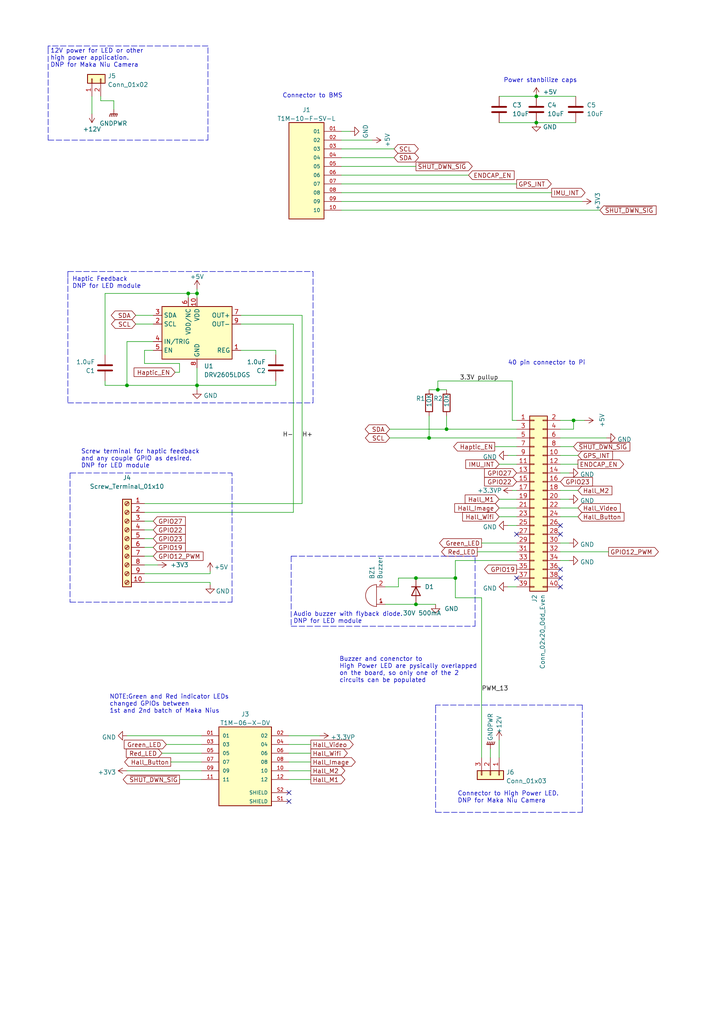
<source format=kicad_sch>
(kicad_sch (version 20211123) (generator eeschema)
  (paper "A4" portrait)
  (lib_symbols
    (symbol "Connector:Screw_Terminal_01x10" (pin_names (offset 1.016) hide)
      (property "Reference" "J" (at 0 12.7 0))
      (property "Value" "Screw_Terminal_01x10" (at 0 -15.24 0))
      (symbol "Screw_Terminal_01x10_1_1"
        (rectangle (start -1.27 11.43) (end 1.27 -13.97) (stroke (width 0.254)) (fill (type background)))
        (circle (center 0 -12.7) (radius 0.635) (stroke (width 0.1524)))
        (circle (center 0 -10.16) (radius 0.635) (stroke (width 0.1524)))
        (circle (center 0 -7.62) (radius 0.635) (stroke (width 0.1524)))
        (circle (center 0 -5.08) (radius 0.635) (stroke (width 0.1524)))
        (circle (center 0 -2.54) (radius 0.635) (stroke (width 0.1524)))
        (polyline (pts (xy -0.5334 -12.3698) (xy 0.3302 -13.208)) (stroke (width 0.1524)))
        (polyline (pts (xy -0.5334 -9.8298) (xy 0.3302 -10.668)) (stroke (width 0.1524)))
        (polyline (pts (xy -0.5334 -7.2898) (xy 0.3302 -8.128)) (stroke (width 0.1524)))
        (polyline (pts (xy -0.5334 -4.7498) (xy 0.3302 -5.588)) (stroke (width 0.1524)))
        (polyline (pts (xy -0.5334 -2.2098) (xy 0.3302 -3.048)) (stroke (width 0.1524)))
        (polyline (pts (xy -0.5334 0.3302) (xy 0.3302 -0.508)) (stroke (width 0.1524)))
        (polyline (pts (xy -0.5334 2.8702) (xy 0.3302 2.032)) (stroke (width 0.1524)))
        (polyline (pts (xy -0.5334 5.4102) (xy 0.3302 4.572)) (stroke (width 0.1524)))
        (polyline (pts (xy -0.5334 7.9502) (xy 0.3302 7.112)) (stroke (width 0.1524)))
        (polyline (pts (xy -0.5334 10.4902) (xy 0.3302 9.652)) (stroke (width 0.1524)))
        (polyline (pts (xy -0.3556 -12.192) (xy 0.508 -13.0302)) (stroke (width 0.1524)))
        (polyline (pts (xy -0.3556 -9.652) (xy 0.508 -10.4902)) (stroke (width 0.1524)))
        (polyline (pts (xy -0.3556 -7.112) (xy 0.508 -7.9502)) (stroke (width 0.1524)))
        (polyline (pts (xy -0.3556 -4.572) (xy 0.508 -5.4102)) (stroke (width 0.1524)))
        (polyline (pts (xy -0.3556 -2.032) (xy 0.508 -2.8702)) (stroke (width 0.1524)))
        (polyline (pts (xy -0.3556 0.508) (xy 0.508 -0.3302)) (stroke (width 0.1524)))
        (polyline (pts (xy -0.3556 3.048) (xy 0.508 2.2098)) (stroke (width 0.1524)))
        (polyline (pts (xy -0.3556 5.588) (xy 0.508 4.7498)) (stroke (width 0.1524)))
        (polyline (pts (xy -0.3556 8.128) (xy 0.508 7.2898)) (stroke (width 0.1524)))
        (polyline (pts (xy -0.3556 10.668) (xy 0.508 9.8298)) (stroke (width 0.1524)))
        (circle (center 0 0) (radius 0.635) (stroke (width 0.1524)))
        (circle (center 0 2.54) (radius 0.635) (stroke (width 0.1524)))
        (circle (center 0 5.08) (radius 0.635) (stroke (width 0.1524)))
        (circle (center 0 7.62) (radius 0.635) (stroke (width 0.1524)))
        (circle (center 0 10.16) (radius 0.635) (stroke (width 0.1524)))
        (pin passive line (at -5.08 10.16 0) (length 3.81) (name "Pin_1") (number "1"))
        (pin passive line (at -5.08 -12.7 0) (length 3.81) (name "Pin_10") (number "10"))
        (pin passive line (at -5.08 7.62 0) (length 3.81) (name "Pin_2") (number "2"))
        (pin passive line (at -5.08 5.08 0) (length 3.81) (name "Pin_3") (number "3"))
        (pin passive line (at -5.08 2.54 0) (length 3.81) (name "Pin_4") (number "4"))
        (pin passive line (at -5.08 0 0) (length 3.81) (name "Pin_5") (number "5"))
        (pin passive line (at -5.08 -2.54 0) (length 3.81) (name "Pin_6") (number "6"))
        (pin passive line (at -5.08 -5.08 0) (length 3.81) (name "Pin_7") (number "7"))
        (pin passive line (at -5.08 -7.62 0) (length 3.81) (name "Pin_8") (number "8"))
        (pin passive line (at -5.08 -10.16 0) (length 3.81) (name "Pin_9") (number "9"))
      )
    )
    (symbol "Connector_Generic:Conn_01x02" (pin_names (offset 1.016) hide)
      (property "Reference" "J" (at 0 2.54 0))
      (property "Value" "Conn_01x02" (at 0 -5.08 0))
      (symbol "Conn_01x02_1_1"
        (rectangle (start -1.27 -2.413) (end 0 -2.667) (stroke (width 0.1524)))
        (rectangle (start -1.27 0.127) (end 0 -0.127) (stroke (width 0.1524)))
        (rectangle (start -1.27 1.27) (end 1.27 -3.81) (stroke (width 0.254)) (fill (type background)))
        (pin passive line (at -5.08 0 0) (length 3.81) (name "Pin_1") (number "1"))
        (pin passive line (at -5.08 -2.54 0) (length 3.81) (name "Pin_2") (number "2"))
      )
    )
    (symbol "Connector_Generic:Conn_01x03" (pin_names (offset 1.016) hide)
      (property "Reference" "J" (at 0 5.08 0))
      (property "Value" "Conn_01x03" (at 0 -5.08 0))
      (symbol "Conn_01x03_1_1"
        (rectangle (start -1.27 -2.413) (end 0 -2.667) (stroke (width 0.1524)))
        (rectangle (start -1.27 0.127) (end 0 -0.127) (stroke (width 0.1524)))
        (rectangle (start -1.27 2.667) (end 0 2.413) (stroke (width 0.1524)))
        (rectangle (start -1.27 3.81) (end 1.27 -3.81) (stroke (width 0.254)) (fill (type background)))
        (pin passive line (at -5.08 2.54 0) (length 3.81) (name "Pin_1") (number "1"))
        (pin passive line (at -5.08 0 0) (length 3.81) (name "Pin_2") (number "2"))
        (pin passive line (at -5.08 -2.54 0) (length 3.81) (name "Pin_3") (number "3"))
      )
    )
    (symbol "Connector_Generic:Conn_02x20_Odd_Even" (pin_names (offset 1.016) hide)
      (property "Reference" "J" (at 1.27 25.4 0))
      (property "Value" "Conn_02x20_Odd_Even" (at 1.27 -27.94 0))
      (symbol "Conn_02x20_Odd_Even_1_1"
        (rectangle (start -1.27 -25.273) (end 0 -25.527) (stroke (width 0.1524)))
        (rectangle (start -1.27 -22.733) (end 0 -22.987) (stroke (width 0.1524)))
        (rectangle (start -1.27 -20.193) (end 0 -20.447) (stroke (width 0.1524)))
        (rectangle (start -1.27 -17.653) (end 0 -17.907) (stroke (width 0.1524)))
        (rectangle (start -1.27 -15.113) (end 0 -15.367) (stroke (width 0.1524)))
        (rectangle (start -1.27 -12.573) (end 0 -12.827) (stroke (width 0.1524)))
        (rectangle (start -1.27 -10.033) (end 0 -10.287) (stroke (width 0.1524)))
        (rectangle (start -1.27 -7.493) (end 0 -7.747) (stroke (width 0.1524)))
        (rectangle (start -1.27 -4.953) (end 0 -5.207) (stroke (width 0.1524)))
        (rectangle (start -1.27 -2.413) (end 0 -2.667) (stroke (width 0.1524)))
        (rectangle (start -1.27 0.127) (end 0 -0.127) (stroke (width 0.1524)))
        (rectangle (start -1.27 2.667) (end 0 2.413) (stroke (width 0.1524)))
        (rectangle (start -1.27 5.207) (end 0 4.953) (stroke (width 0.1524)))
        (rectangle (start -1.27 7.747) (end 0 7.493) (stroke (width 0.1524)))
        (rectangle (start -1.27 10.287) (end 0 10.033) (stroke (width 0.1524)))
        (rectangle (start -1.27 12.827) (end 0 12.573) (stroke (width 0.1524)))
        (rectangle (start -1.27 15.367) (end 0 15.113) (stroke (width 0.1524)))
        (rectangle (start -1.27 17.907) (end 0 17.653) (stroke (width 0.1524)))
        (rectangle (start -1.27 20.447) (end 0 20.193) (stroke (width 0.1524)))
        (rectangle (start -1.27 22.987) (end 0 22.733) (stroke (width 0.1524)))
        (rectangle (start -1.27 24.13) (end 3.81 -26.67) (stroke (width 0.254)) (fill (type background)))
        (rectangle (start 3.81 -25.273) (end 2.54 -25.527) (stroke (width 0.1524)))
        (rectangle (start 3.81 -22.733) (end 2.54 -22.987) (stroke (width 0.1524)))
        (rectangle (start 3.81 -20.193) (end 2.54 -20.447) (stroke (width 0.1524)))
        (rectangle (start 3.81 -17.653) (end 2.54 -17.907) (stroke (width 0.1524)))
        (rectangle (start 3.81 -15.113) (end 2.54 -15.367) (stroke (width 0.1524)))
        (rectangle (start 3.81 -12.573) (end 2.54 -12.827) (stroke (width 0.1524)))
        (rectangle (start 3.81 -10.033) (end 2.54 -10.287) (stroke (width 0.1524)))
        (rectangle (start 3.81 -7.493) (end 2.54 -7.747) (stroke (width 0.1524)))
        (rectangle (start 3.81 -4.953) (end 2.54 -5.207) (stroke (width 0.1524)))
        (rectangle (start 3.81 -2.413) (end 2.54 -2.667) (stroke (width 0.1524)))
        (rectangle (start 3.81 0.127) (end 2.54 -0.127) (stroke (width 0.1524)))
        (rectangle (start 3.81 2.667) (end 2.54 2.413) (stroke (width 0.1524)))
        (rectangle (start 3.81 5.207) (end 2.54 4.953) (stroke (width 0.1524)))
        (rectangle (start 3.81 7.747) (end 2.54 7.493) (stroke (width 0.1524)))
        (rectangle (start 3.81 10.287) (end 2.54 10.033) (stroke (width 0.1524)))
        (rectangle (start 3.81 12.827) (end 2.54 12.573) (stroke (width 0.1524)))
        (rectangle (start 3.81 15.367) (end 2.54 15.113) (stroke (width 0.1524)))
        (rectangle (start 3.81 17.907) (end 2.54 17.653) (stroke (width 0.1524)))
        (rectangle (start 3.81 20.447) (end 2.54 20.193) (stroke (width 0.1524)))
        (rectangle (start 3.81 22.987) (end 2.54 22.733) (stroke (width 0.1524)))
        (pin passive line (at -5.08 22.86 0) (length 3.81) (name "Pin_1") (number "1"))
        (pin passive line (at 7.62 12.7 180) (length 3.81) (name "Pin_10") (number "10"))
        (pin passive line (at -5.08 10.16 0) (length 3.81) (name "Pin_11") (number "11"))
        (pin passive line (at 7.62 10.16 180) (length 3.81) (name "Pin_12") (number "12"))
        (pin passive line (at -5.08 7.62 0) (length 3.81) (name "Pin_13") (number "13"))
        (pin passive line (at 7.62 7.62 180) (length 3.81) (name "Pin_14") (number "14"))
        (pin passive line (at -5.08 5.08 0) (length 3.81) (name "Pin_15") (number "15"))
        (pin passive line (at 7.62 5.08 180) (length 3.81) (name "Pin_16") (number "16"))
        (pin passive line (at -5.08 2.54 0) (length 3.81) (name "Pin_17") (number "17"))
        (pin passive line (at 7.62 2.54 180) (length 3.81) (name "Pin_18") (number "18"))
        (pin passive line (at -5.08 0 0) (length 3.81) (name "Pin_19") (number "19"))
        (pin passive line (at 7.62 22.86 180) (length 3.81) (name "Pin_2") (number "2"))
        (pin passive line (at 7.62 0 180) (length 3.81) (name "Pin_20") (number "20"))
        (pin passive line (at -5.08 -2.54 0) (length 3.81) (name "Pin_21") (number "21"))
        (pin passive line (at 7.62 -2.54 180) (length 3.81) (name "Pin_22") (number "22"))
        (pin passive line (at -5.08 -5.08 0) (length 3.81) (name "Pin_23") (number "23"))
        (pin passive line (at 7.62 -5.08 180) (length 3.81) (name "Pin_24") (number "24"))
        (pin passive line (at -5.08 -7.62 0) (length 3.81) (name "Pin_25") (number "25"))
        (pin passive line (at 7.62 -7.62 180) (length 3.81) (name "Pin_26") (number "26"))
        (pin passive line (at -5.08 -10.16 0) (length 3.81) (name "Pin_27") (number "27"))
        (pin passive line (at 7.62 -10.16 180) (length 3.81) (name "Pin_28") (number "28"))
        (pin passive line (at -5.08 -12.7 0) (length 3.81) (name "Pin_29") (number "29"))
        (pin passive line (at -5.08 20.32 0) (length 3.81) (name "Pin_3") (number "3"))
        (pin passive line (at 7.62 -12.7 180) (length 3.81) (name "Pin_30") (number "30"))
        (pin passive line (at -5.08 -15.24 0) (length 3.81) (name "Pin_31") (number "31"))
        (pin passive line (at 7.62 -15.24 180) (length 3.81) (name "Pin_32") (number "32"))
        (pin passive line (at -5.08 -17.78 0) (length 3.81) (name "Pin_33") (number "33"))
        (pin passive line (at 7.62 -17.78 180) (length 3.81) (name "Pin_34") (number "34"))
        (pin passive line (at -5.08 -20.32 0) (length 3.81) (name "Pin_35") (number "35"))
        (pin passive line (at 7.62 -20.32 180) (length 3.81) (name "Pin_36") (number "36"))
        (pin passive line (at -5.08 -22.86 0) (length 3.81) (name "Pin_37") (number "37"))
        (pin passive line (at 7.62 -22.86 180) (length 3.81) (name "Pin_38") (number "38"))
        (pin passive line (at -5.08 -25.4 0) (length 3.81) (name "Pin_39") (number "39"))
        (pin passive line (at 7.62 20.32 180) (length 3.81) (name "Pin_4") (number "4"))
        (pin passive line (at 7.62 -25.4 180) (length 3.81) (name "Pin_40") (number "40"))
        (pin passive line (at -5.08 17.78 0) (length 3.81) (name "Pin_5") (number "5"))
        (pin passive line (at 7.62 17.78 180) (length 3.81) (name "Pin_6") (number "6"))
        (pin passive line (at -5.08 15.24 0) (length 3.81) (name "Pin_7") (number "7"))
        (pin passive line (at 7.62 15.24 180) (length 3.81) (name "Pin_8") (number "8"))
        (pin passive line (at -5.08 12.7 0) (length 3.81) (name "Pin_9") (number "9"))
      )
    )
    (symbol "Device:Buzzer" (pin_names (offset 0.0254) hide)
      (property "Reference" "BZ" (at 3.81 1.27 0))
      (property "Value" "Buzzer" (at 3.81 -1.27 0))
      (symbol "Buzzer_0_1"
        (arc (start 0 -3.175) (mid 3.175 0) (end 0 3.175))
        (polyline (pts (xy -1.651 1.905) (xy -1.143 1.905)))
        (polyline (pts (xy -1.397 2.159) (xy -1.397 1.651)))
        (polyline (pts (xy 0 3.175) (xy 0 -3.175)))
      )
      (symbol "Buzzer_1_1"
        (pin passive line (at -2.54 2.54 0) (length 2.54) (name "-") (number "1"))
        (pin passive line (at -2.54 -2.54 0) (length 2.54) (name "+") (number "2"))
      )
    )
    (symbol "Device:C" (pin_numbers hide) (pin_names (offset 0.254))
      (property "Reference" "C" (at 0.635 2.54 0))
      (property "Value" "C" (at 0.635 -2.54 0))
      (symbol "C_0_1"
        (polyline (pts (xy -2.032 -0.762) (xy 2.032 -0.762)) (stroke (width 0.508)))
        (polyline (pts (xy -2.032 0.762) (xy 2.032 0.762)) (stroke (width 0.508)))
      )
      (symbol "C_1_1"
        (pin passive line (at 0 3.81 270) (length 2.794) (name "~") (number "1"))
        (pin passive line (at 0 -3.81 90) (length 2.794) (name "~") (number "2"))
      )
    )
    (symbol "Device:D" (pin_numbers hide) (pin_names (offset 1.016) hide)
      (property "Reference" "D" (at 0 2.54 0))
      (property "Value" "D" (at 0 -2.54 0))
      (symbol "D_0_1"
        (polyline (pts (xy -1.27 1.27) (xy -1.27 -1.27)) (stroke (width 0.254)))
        (polyline (pts (xy 1.27 0) (xy -1.27 0)))
        (polyline (pts (xy 1.27 1.27) (xy 1.27 -1.27) (xy -1.27 0) (xy 1.27 1.27)) (stroke (width 0.254)))
      )
      (symbol "D_1_1"
        (pin passive line (at -3.81 0 0) (length 2.54) (name "K") (number "1"))
        (pin passive line (at 3.81 0 180) (length 2.54) (name "A") (number "2"))
      )
    )
    (symbol "Device:R" (pin_numbers hide) (pin_names (offset 0))
      (property "Reference" "R" (at 2.032 0 90))
      (property "Value" "R" (at 0 0 90))
      (symbol "R_0_1"
        (rectangle (start -1.016 -2.54) (end 1.016 2.54) (stroke (width 0.254)))
      )
      (symbol "R_1_1"
        (pin passive line (at 0 3.81 270) (length 1.27) (name "~") (number "1"))
        (pin passive line (at 0 -3.81 90) (length 1.27) (name "~") (number "2"))
      )
    )
    (symbol "Driver_Haptic:DRV2605LDGS"
      (property "Reference" "U" (at -10.16 8.255 0))
      (property "Value" "DRV2605LDGS" (at 2.54 -8.89 0))
      (symbol "DRV2605LDGS_0_1"
        (rectangle (start -10.16 7.62) (end 10.16 -7.62) (stroke (width 0.254)) (fill (type background)))
      )
      (symbol "DRV2605LDGS_1_1"
        (pin passive line (at 12.7 -5.08 180) (length 2.54) (name "REG") (number "1"))
        (pin power_in line (at 0 10.16 270) (length 2.54) (name "VDD") (number "10"))
        (pin input line (at -12.7 2.54 0) (length 2.54) (name "SCL") (number "2"))
        (pin bidirectional line (at -12.7 5.08 0) (length 2.54) (name "SDA") (number "3"))
        (pin input line (at -12.7 -2.54 0) (length 2.54) (name "IN/TRIG") (number "4"))
        (pin input line (at -12.7 -5.08 0) (length 2.54) (name "EN") (number "5"))
        (pin power_in line (at -2.54 10.16 270) (length 2.54) (name "VDD/NC") (number "6"))
        (pin output line (at 12.7 5.08 180) (length 2.54) (name "OUT+") (number "7"))
        (pin power_in line (at 0 -10.16 90) (length 2.54) (name "GND") (number "8"))
        (pin output line (at 12.7 2.54 180) (length 2.54) (name "OUT-") (number "9"))
      )
    )
    (symbol "T1M-06-X-DV:T1M-06-X-DV" (pin_names (offset 1.016))
      (property "Reference" "J" (at -7.62 11.43 0))
      (property "Value" "T1M-06-X-DV" (at -7.62 -13.97 0))
      (symbol "T1M-06-X-DV_0_0"
        (rectangle (start -7.62 -12.7) (end 7.62 10.16) (stroke (width 0.254)) (fill (type background)))
        (pin passive line (at -12.7 7.62 0) (length 5.08) (name "01") (number "01"))
        (pin passive line (at 12.7 7.62 180) (length 5.08) (name "02") (number "02"))
        (pin passive line (at -12.7 5.08 0) (length 5.08) (name "03") (number "03"))
        (pin passive line (at 12.7 5.08 180) (length 5.08) (name "04") (number "04"))
        (pin passive line (at -12.7 2.54 0) (length 5.08) (name "05") (number "05"))
        (pin passive line (at 12.7 2.54 180) (length 5.08) (name "06") (number "06"))
        (pin passive line (at -12.7 0 0) (length 5.08) (name "07") (number "07"))
        (pin passive line (at 12.7 0 180) (length 5.08) (name "08") (number "08"))
        (pin passive line (at -12.7 -2.54 0) (length 5.08) (name "09") (number "09"))
        (pin passive line (at 12.7 -2.54 180) (length 5.08) (name "10") (number "10"))
        (pin passive line (at -12.7 -5.08 0) (length 5.08) (name "11") (number "11"))
        (pin passive line (at 12.7 -5.08 180) (length 5.08) (name "12") (number "12"))
        (pin passive line (at 12.7 -11.43 180) (length 5.08) (name "SHIELD") (number "S1"))
        (pin passive line (at 12.7 -8.89 180) (length 5.08) (name "SHIELD") (number "S2"))
      )
    )
    (symbol "T1M-10-F-SV-L:T1M-10-F-SV-L" (pin_names (offset 1.016))
      (property "Reference" "J" (at -5.588 13.8176 0))
      (property "Value" "T1M-10-F-SV-L" (at -5.08 -17.78 0))
      (symbol "T1M-10-F-SV-L_0_0"
        (rectangle (start -5.08 -15.24) (end 5.08 12.7) (stroke (width 0.254)) (fill (type background)))
        (pin passive line (at -10.16 10.16 0) (length 5.08) (name "01") (number "01"))
        (pin passive line (at -10.16 7.62 0) (length 5.08) (name "02") (number "02"))
        (pin passive line (at -10.16 5.08 0) (length 5.08) (name "03") (number "03"))
        (pin passive line (at -10.16 2.54 0) (length 5.08) (name "04") (number "04"))
        (pin passive line (at -10.16 0 0) (length 5.08) (name "05") (number "05"))
        (pin passive line (at -10.16 -2.54 0) (length 5.08) (name "06") (number "06"))
        (pin passive line (at -10.16 -5.08 0) (length 5.08) (name "07") (number "07"))
        (pin passive line (at -10.16 -7.62 0) (length 5.08) (name "08") (number "08"))
        (pin passive line (at -10.16 -10.16 0) (length 5.08) (name "09") (number "09"))
        (pin passive line (at -10.16 -12.7 0) (length 5.08) (name "10") (number "10"))
      )
    )
    (symbol "power:+12V" (power) (pin_names (offset 0))
      (property "Value" "+12V" (at 0 3.556 0))
      (symbol "+12V_0_1"
        (polyline (pts (xy -0.762 1.27) (xy 0 2.54)))
        (polyline (pts (xy 0 0) (xy 0 2.54)))
        (polyline (pts (xy 0 2.54) (xy 0.762 1.27)))
      )
      (symbol "+12V_1_1"
        (pin power_in line (at 0 0 90) (length 0) hide (name "+12V") (number "1"))
      )
    )
    (symbol "power:+3.3V" (power) (pin_names (offset 0))
      (property "Value" "+3.3V" (at 0 3.556 0))
      (symbol "+3.3V_0_1"
        (polyline (pts (xy -0.762 1.27) (xy 0 2.54)))
        (polyline (pts (xy 0 0) (xy 0 2.54)))
        (polyline (pts (xy 0 2.54) (xy 0.762 1.27)))
      )
      (symbol "+3.3V_1_1"
        (pin power_in line (at 0 0 90) (length 0) hide (name "+3V3") (number "1"))
      )
    )
    (symbol "power:+3.3VP" (power) (pin_names (offset 0))
      (property "Value" "+3.3VP" (at 0 2.54 0))
      (symbol "+3.3VP_0_0"
        (pin power_in line (at 0 0 90) (length 0) hide (name "+3.3VP") (number "1"))
      )
      (symbol "+3.3VP_0_1"
        (polyline (pts (xy -0.762 1.27) (xy 0 2.54)))
        (polyline (pts (xy 0 0) (xy 0 2.54)))
        (polyline (pts (xy 0 2.54) (xy 0.762 1.27)))
      )
    )
    (symbol "power:+5V" (power) (pin_names (offset 0))
      (property "Value" "+5V" (at 0 3.556 0))
      (symbol "+5V_0_1"
        (polyline (pts (xy -0.762 1.27) (xy 0 2.54)))
        (polyline (pts (xy 0 0) (xy 0 2.54)))
        (polyline (pts (xy 0 2.54) (xy 0.762 1.27)))
      )
      (symbol "+5V_1_1"
        (pin power_in line (at 0 0 90) (length 0) hide (name "+5V") (number "1"))
      )
    )
    (symbol "power:GND" (power) (pin_names (offset 0))
      (property "Value" "GND" (at 0 -3.81 0))
      (symbol "GND_0_1"
        (polyline (pts (xy 0 0) (xy 0 -1.27) (xy 1.27 -1.27) (xy 0 -2.54) (xy -1.27 -1.27) (xy 0 -1.27)))
      )
      (symbol "GND_1_1"
        (pin power_in line (at 0 0 270) (length 0) hide (name "GND") (number "1"))
      )
    )
    (symbol "power:GNDPWR" (power) (pin_names (offset 0))
      (property "Value" "GNDPWR" (at 0 -3.302 0))
      (symbol "GNDPWR_0_1"
        (polyline (pts (xy 0 -1.27) (xy 0 0)))
        (polyline (pts (xy -1.016 -1.27) (xy -1.27 -2.032) (xy -1.27 -2.032)) (stroke (width 0.2032)))
        (polyline (pts (xy -0.508 -1.27) (xy -0.762 -2.032) (xy -0.762 -2.032)) (stroke (width 0.2032)))
        (polyline (pts (xy 0 -1.27) (xy -0.254 -2.032) (xy -0.254 -2.032)) (stroke (width 0.2032)))
        (polyline (pts (xy 0.508 -1.27) (xy 0.254 -2.032) (xy 0.254 -2.032)) (stroke (width 0.2032)))
        (polyline (pts (xy 1.016 -1.27) (xy -1.016 -1.27) (xy -1.016 -1.27)) (stroke (width 0.2032)))
        (polyline (pts (xy 1.016 -1.27) (xy 0.762 -2.032) (xy 0.762 -2.032) (xy 0.762 -2.032)) (stroke (width 0.2032)))
      )
      (symbol "GNDPWR_1_1"
        (pin power_in line (at 0 0 270) (length 0) hide (name "GNDPWR") (number "1"))
      )
    )
  )
  (junction (at 166.37 121.92))
  (junction (at 54.61 85.09))
  (junction (at 132.08 167.64))
  (junction (at 155.575 27.94))
  (junction (at 129.54 124.46))
  (junction (at 120.65 175.26))
  (junction (at 155.575 35.56))
  (junction (at 124.46 127))
  (junction (at 127 113.03))
  (junction (at 120.65 167.64))
  (junction (at 57.15 85.09))
  (junction (at 36.83 111.76))
  (junction (at 57.15 111.76))
  (no_connect (at 149.86 154.94))
  (no_connect (at 162.56 154.94))
  (no_connect (at 162.56 152.4))
  (no_connect (at 83.82 229.87))
  (no_connect (at 83.82 232.41))
  (no_connect (at 149.86 167.64))
  (no_connect (at 162.56 165.1))
  (no_connect (at 162.56 167.64))
  (no_connect (at 162.56 170.18))
  (wire (pts (xy 41.91 105.41) (xy 52.07 105.41)))
  (wire (pts (xy 52.07 105.41) (xy 52.07 107.95)))
  (wire (pts (xy 115.57 167.64) (xy 120.65 167.64)))
  (wire (pts (xy 99.06 58.42) (xy 168.91 58.42)))
  (polyline (pts (xy 19.685 116.84) (xy 90.805 116.84)))
  (wire (pts (xy 57.15 83.82) (xy 57.15 85.09)))
  (polyline (pts (xy 168.91 235.585) (xy 168.91 204.47)))
  (wire (pts (xy 144.78 147.32) (xy 149.86 147.32)))
  (wire (pts (xy 41.91 156.21) (xy 44.45 156.21)))
  (wire (pts (xy 162.56 121.92) (xy 166.37 121.92)))
  (polyline (pts (xy 13.97 40.64) (xy 60.325 40.64)))
  (wire (pts (xy 83.82 223.52) (xy 90.17 223.52)))
  (polyline (pts (xy 19.685 78.74) (xy 90.805 78.74)))
  (wire (pts (xy 162.56 129.54) (xy 166.37 129.54)))
  (wire (pts (xy 111.76 175.26) (xy 120.65 175.26)))
  (wire (pts (xy 44.45 101.6) (xy 41.91 101.6)))
  (wire (pts (xy 99.06 50.8) (xy 135.89 50.8)))
  (wire (pts (xy 30.48 85.09) (xy 30.48 102.87)))
  (wire (pts (xy 166.37 121.92) (xy 166.37 124.46)))
  (wire (pts (xy 144.78 27.94) (xy 155.575 27.94)))
  (wire (pts (xy 57.15 106.68) (xy 57.15 111.76)))
  (wire (pts (xy 124.46 127) (xy 113.03 127)))
  (wire (pts (xy 139.7 157.48) (xy 149.86 157.48)))
  (wire (pts (xy 147.32 170.18) (xy 149.86 170.18)))
  (wire (pts (xy 162.56 147.32) (xy 167.64 147.32)))
  (wire (pts (xy 99.06 53.34) (xy 149.86 53.34)))
  (wire (pts (xy 149.86 124.46) (xy 129.54 124.46)))
  (wire (pts (xy 139.7 173.355) (xy 139.7 219.71)))
  (wire (pts (xy 144.78 219.71) (xy 144.78 214.63)))
  (wire (pts (xy 144.78 35.56) (xy 155.575 35.56)))
  (wire (pts (xy 162.56 132.08) (xy 167.64 132.08)))
  (wire (pts (xy 36.83 213.36) (xy 58.42 213.36)))
  (wire (pts (xy 169.545 121.92) (xy 166.37 121.92)))
  (polyline (pts (xy 90.805 116.84) (xy 90.805 78.74)))
  (wire (pts (xy 52.07 226.06) (xy 58.42 226.06)))
  (wire (pts (xy 26.67 27.94) (xy 26.67 33.02)))
  (wire (pts (xy 142.24 219.71) (xy 142.24 217.17)))
  (wire (pts (xy 115.57 170.18) (xy 115.57 167.64)))
  (wire (pts (xy 162.56 157.48) (xy 165.1 157.48)))
  (polyline (pts (xy 60.325 13.335) (xy 13.97 13.335)))
  (wire (pts (xy 54.61 86.36) (xy 54.61 85.09)))
  (wire (pts (xy 83.82 226.06) (xy 90.17 226.06)))
  (wire (pts (xy 155.575 35.56) (xy 167.005 35.56)))
  (wire (pts (xy 83.82 220.98) (xy 90.17 220.98)))
  (wire (pts (xy 60.96 166.37) (xy 60.96 165.735)))
  (wire (pts (xy 148.59 142.24) (xy 149.86 142.24)))
  (wire (pts (xy 138.43 160.02) (xy 149.86 160.02)))
  (wire (pts (xy 144.78 149.86) (xy 149.86 149.86)))
  (wire (pts (xy 30.48 111.76) (xy 30.48 110.49)))
  (wire (pts (xy 127 113.03) (xy 127 110.49)))
  (wire (pts (xy 80.01 111.76) (xy 57.15 111.76)))
  (wire (pts (xy 60.96 168.91) (xy 60.96 169.545)))
  (wire (pts (xy 129.54 124.46) (xy 113.03 124.46)))
  (polyline (pts (xy 19.685 78.74) (xy 19.685 80.645)))
  (wire (pts (xy 41.91 101.6) (xy 41.91 105.41)))
  (wire (pts (xy 80.01 101.6) (xy 80.01 102.87)))
  (polyline (pts (xy 126.365 235.585) (xy 168.91 235.585)))
  (wire (pts (xy 99.06 55.88) (xy 160.02 55.88)))
  (wire (pts (xy 85.09 93.98) (xy 85.09 148.59)))
  (wire (pts (xy 127 110.49) (xy 148.59 110.49)))
  (wire (pts (xy 144.78 144.78) (xy 149.86 144.78)))
  (wire (pts (xy 132.08 162.56) (xy 132.08 167.64)))
  (wire (pts (xy 129.54 120.65) (xy 129.54 124.46)))
  (wire (pts (xy 41.91 168.91) (xy 60.96 168.91)))
  (wire (pts (xy 41.91 166.37) (xy 60.96 166.37)))
  (wire (pts (xy 44.45 93.98) (xy 39.37 93.98)))
  (wire (pts (xy 132.08 167.64) (xy 132.08 173.355)))
  (wire (pts (xy 87.63 91.44) (xy 87.63 146.05)))
  (wire (pts (xy 36.83 223.52) (xy 58.42 223.52)))
  (wire (pts (xy 41.91 163.83) (xy 45.72 163.83)))
  (wire (pts (xy 57.15 111.76) (xy 57.15 113.03)))
  (wire (pts (xy 33.02 29.21) (xy 33.02 31.75)))
  (wire (pts (xy 44.45 91.44) (xy 39.37 91.44)))
  (wire (pts (xy 148.59 110.49) (xy 148.59 121.92)))
  (wire (pts (xy 111.76 170.18) (xy 115.57 170.18)))
  (wire (pts (xy 162.56 124.46) (xy 166.37 124.46)))
  (polyline (pts (xy 84.455 161.29) (xy 84.455 181.61)))
  (wire (pts (xy 124.46 113.03) (xy 127 113.03)))
  (wire (pts (xy 147.32 152.4) (xy 149.86 152.4)))
  (wire (pts (xy 80.01 110.49) (xy 80.01 111.76)))
  (wire (pts (xy 127 113.03) (xy 129.54 113.03)))
  (wire (pts (xy 139.7 173.355) (xy 132.08 173.355)))
  (wire (pts (xy 99.06 38.1) (xy 101.6 38.1)))
  (wire (pts (xy 44.45 99.06) (xy 36.83 99.06)))
  (wire (pts (xy 83.82 215.9) (xy 90.17 215.9)))
  (wire (pts (xy 147.32 132.08) (xy 149.86 132.08)))
  (polyline (pts (xy 137.795 181.61) (xy 137.795 161.29)))
  (wire (pts (xy 69.85 101.6) (xy 80.01 101.6)))
  (wire (pts (xy 48.26 215.9) (xy 58.42 215.9)))
  (wire (pts (xy 36.83 111.76) (xy 30.48 111.76)))
  (polyline (pts (xy 19.685 80.645) (xy 19.685 116.84)))
  (wire (pts (xy 144.78 134.62) (xy 149.86 134.62)))
  (wire (pts (xy 99.06 60.96) (xy 173.99 60.96)))
  (wire (pts (xy 49.53 220.98) (xy 58.42 220.98)))
  (wire (pts (xy 155.575 27.94) (xy 167.005 27.94)))
  (wire (pts (xy 148.59 121.92) (xy 149.86 121.92)))
  (polyline (pts (xy 126.365 204.47) (xy 126.365 205.105)))
  (wire (pts (xy 83.82 213.36) (xy 92.71 213.36)))
  (polyline (pts (xy 67.31 174.625) (xy 67.31 137.16)))
  (wire (pts (xy 57.15 85.09) (xy 57.15 86.36)))
  (polyline (pts (xy 168.91 204.47) (xy 126.365 204.47)))
  (polyline (pts (xy 60.325 40.64) (xy 60.325 13.335)))
  (wire (pts (xy 132.08 162.56) (xy 149.86 162.56)))
  (wire (pts (xy 41.91 151.13) (xy 44.45 151.13)))
  (wire (pts (xy 69.85 91.44) (xy 87.63 91.44)))
  (polyline (pts (xy 13.97 13.97) (xy 13.97 40.64)))
  (polyline (pts (xy 20.32 174.625) (xy 67.31 174.625)))
  (wire (pts (xy 36.83 99.06) (xy 36.83 111.76)))
  (wire (pts (xy 41.91 158.75) (xy 44.45 158.75)))
  (polyline (pts (xy 20.32 137.16) (xy 20.32 174.625)))
  (wire (pts (xy 162.56 149.86) (xy 167.64 149.86)))
  (wire (pts (xy 120.65 175.26) (xy 126.365 175.26)))
  (wire (pts (xy 162.56 134.62) (xy 167.64 134.62)))
  (wire (pts (xy 149.86 127) (xy 124.46 127)))
  (wire (pts (xy 41.91 148.59) (xy 85.09 148.59)))
  (polyline (pts (xy 20.32 137.16) (xy 67.31 137.16)))
  (wire (pts (xy 29.21 27.94) (xy 29.21 29.21)))
  (wire (pts (xy 162.56 137.16) (xy 165.1 137.16)))
  (wire (pts (xy 30.48 85.09) (xy 54.61 85.09)))
  (wire (pts (xy 99.06 43.18) (xy 114.3 43.18)))
  (polyline (pts (xy 84.455 181.61) (xy 137.795 181.61)))
  (wire (pts (xy 83.82 218.44) (xy 90.17 218.44)))
  (wire (pts (xy 162.56 142.24) (xy 167.64 142.24)))
  (wire (pts (xy 143.51 129.54) (xy 149.86 129.54)))
  (wire (pts (xy 41.91 161.29) (xy 44.45 161.29)))
  (wire (pts (xy 99.06 40.64) (xy 107.95 40.64)))
  (wire (pts (xy 162.56 127) (xy 175.895 127)))
  (wire (pts (xy 99.06 48.26) (xy 120.65 48.26)))
  (polyline (pts (xy 84.455 161.29) (xy 137.795 161.29)))
  (wire (pts (xy 69.85 93.98) (xy 85.09 93.98)))
  (wire (pts (xy 41.91 153.67) (xy 44.45 153.67)))
  (wire (pts (xy 162.56 162.56) (xy 165.1 162.56)))
  (wire (pts (xy 41.91 146.05) (xy 87.63 146.05)))
  (wire (pts (xy 162.56 144.78) (xy 165.1 144.78)))
  (polyline (pts (xy 13.97 13.335) (xy 13.97 13.97)))
  (wire (pts (xy 120.65 167.64) (xy 132.08 167.64)))
  (wire (pts (xy 52.07 107.95) (xy 50.8 107.95)))
  (wire (pts (xy 29.21 29.21) (xy 33.02 29.21)))
  (wire (pts (xy 57.15 85.09) (xy 54.61 85.09)))
  (wire (pts (xy 124.46 120.65) (xy 124.46 127)))
  (wire (pts (xy 36.83 111.76) (xy 57.15 111.76)))
  (polyline (pts (xy 126.365 205.105) (xy 126.365 235.585)))
  (wire (pts (xy 46.99 218.44) (xy 58.42 218.44)))
  (wire (pts (xy 99.06 45.72) (xy 114.3 45.72)))
  (wire (pts (xy 162.56 160.02) (xy 176.53 160.02)))
  (text "Connector to High Power LED.\nDNP for Maka Niu Camera " (at 132.715 233.045 0) (effects (font (size 1.27 1.27)) (justify left bottom)))
  (text "Connector to BMS" (at 81.915 28.575 0) (effects (font (size 1.27 1.27)) (justify left bottom)))
  (text "Buzzer and conenctor to \nHigh Power LED are pysically overlapped\non the board, so only one of the 2\ncircuits can be populated" (at 98.425 198.12 0) (effects (font (size 1.27 1.27)) (justify left bottom)))
  (text "NOTE:Green and Red indicator LEDs\nchanged GPIOs between \n1st and 2nd batch of Maka Nius" (at 31.75 207.01 0) (effects (font (size 1.27 1.27)) (justify left bottom)))
  (text "12V power for LED or other \nhigh power application. \nDNP for Maka Niu Camera" (at 14.605 19.685 0) (effects (font (size 1.27 1.27)) (justify left bottom)))
  (text "Haptic Feedback\nDNP for LED module" (at 20.955 83.82 0) (effects (font (size 1.27 1.27)) (justify left bottom)))
  (text "Power stanbilize caps" (at 146.05 24.13 0) (effects (font (size 1.27 1.27)) (justify left bottom)))
  (text "Screw terminal for haptic feedback\nand any couple GPIO as desired.\nDNP for LED module" (at 23.495 135.89 0) (effects (font (size 1.27 1.27)) (justify left bottom)))
  (text "40 pin connector to Pi" (at 147.32 106.045 0) (effects (font (size 1.27 1.27)) (justify left bottom)))
  (text "Audio buzzer with flyback diode.\nDNP for LED module" (at 85.09 180.975 0) (effects (font (size 1.27 1.27)) (justify left bottom)))
  (label "H-" (at 85.09 127 180))
  (label "H+" (at 87.63 127 0))
  (label "PWM_13" (at 139.7 200.66 0))
  (label "3.3V pullup" (at 133.35 110.49 0))
  (global_label "GPS_INT" (shape output) (at 149.86 53.34 0) (property "Intersheet References" "${INTERSHEET_REFS}" (effects hide)))
  (global_label "IMU_INT" (shape input) (at 144.78 134.62 180) (property "Intersheet References" "${INTERSHEET_REFS}" (effects hide)))
  (global_label "~{SHUT_DWN_SIG}" (shape input) (at 166.37 129.54 0) (property "Intersheet References" "${INTERSHEET_REFS}" (effects hide)))
  (global_label "~{SHUT_DWN_SIG}" (shape input) (at 173.99 60.96 0) (property "Intersheet References" "${INTERSHEET_REFS}" (effects hide)))
  (global_label "GPIO19" (shape input) (at 44.45 158.75 0) (property "Intersheet References" "${INTERSHEET_REFS}" (effects hide)))
  (global_label "ENDCAP_EN" (shape output) (at 167.64 134.62 0) (property "Intersheet References" "${INTERSHEET_REFS}" (effects hide)))
  (global_label "Hall_Video" (shape output) (at 90.17 215.9 0) (property "Intersheet References" "${INTERSHEET_REFS}" (effects hide)))
  (global_label "GPIO22" (shape input) (at 44.45 153.67 0) (property "Intersheet References" "${INTERSHEET_REFS}" (effects hide)))
  (global_label "~{SHUT_DWN_SIG}" (shape output) (at 52.07 226.06 180) (property "Intersheet References" "${INTERSHEET_REFS}" (effects hide)))
  (global_label "GPIO22" (shape input) (at 149.86 139.7 180) (property "Intersheet References" "${INTERSHEET_REFS}" (effects hide)))
  (global_label "SDA" (shape bidirectional) (at 113.03 124.46 180) (property "Intersheet References" "${INTERSHEET_REFS}" (effects hide)))
  (global_label "GPIO19" (shape output) (at 149.86 165.1 180) (property "Intersheet References" "${INTERSHEET_REFS}" (effects hide)))
  (global_label "Red_LED" (shape output) (at 138.43 160.02 180) (property "Intersheet References" "${INTERSHEET_REFS}" (effects hide)))
  (global_label "SDA" (shape bidirectional) (at 114.3 45.72 0) (property "Intersheet References" "${INTERSHEET_REFS}" (effects hide)))
  (global_label "IMU_INT" (shape output) (at 160.02 55.88 0) (property "Intersheet References" "${INTERSHEET_REFS}" (effects hide)))
  (global_label "Hall_M1" (shape output) (at 90.17 226.06 0) (property "Intersheet References" "${INTERSHEET_REFS}" (effects hide)))
  (global_label "Hall_M1" (shape input) (at 144.78 144.78 180) (property "Intersheet References" "${INTERSHEET_REFS}" (effects hide)))
  (global_label "GPS_INT" (shape input) (at 167.64 132.08 0) (property "Intersheet References" "${INTERSHEET_REFS}" (effects hide)))
  (global_label "Haptic_EN" (shape input) (at 50.8 107.95 180) (property "Intersheet References" "${INTERSHEET_REFS}" (effects hide)))
  (global_label "GPIO23" (shape input) (at 162.56 139.7 0) (property "Intersheet References" "${INTERSHEET_REFS}" (effects hide)))
  (global_label "Red_LED" (shape input) (at 46.99 218.44 180) (property "Intersheet References" "${INTERSHEET_REFS}" (effects hide)))
  (global_label "Green_LED" (shape input) (at 48.26 215.9 180) (property "Intersheet References" "${INTERSHEET_REFS}" (effects hide)))
  (global_label "Hall_Image" (shape output) (at 90.17 220.98 0) (property "Intersheet References" "${INTERSHEET_REFS}" (effects hide)))
  (global_label "GPIO12_PWM" (shape input) (at 44.45 161.29 0) (property "Intersheet References" "${INTERSHEET_REFS}" (effects hide)))
  (global_label "~{SHUT_DWN_SIG}" (shape output) (at 120.65 48.26 0) (property "Intersheet References" "${INTERSHEET_REFS}" (effects hide)))
  (global_label "SCL" (shape bidirectional) (at 39.37 93.98 180) (property "Intersheet References" "${INTERSHEET_REFS}" (effects hide)))
  (global_label "GPIO23" (shape input) (at 44.45 156.21 0) (property "Intersheet References" "${INTERSHEET_REFS}" (effects hide)))
  (global_label "GPIO27" (shape input) (at 149.86 137.16 180) (property "Intersheet References" "${INTERSHEET_REFS}" (effects hide)))
  (global_label "Hall_Wifi" (shape output) (at 90.17 218.44 0) (property "Intersheet References" "${INTERSHEET_REFS}" (effects hide)))
  (global_label "Hall_M2" (shape input) (at 167.64 142.24 0) (property "Intersheet References" "${INTERSHEET_REFS}" (effects hide)))
  (global_label "Hall_Button" (shape input) (at 167.64 149.86 0) (property "Intersheet References" "${INTERSHEET_REFS}" (effects hide)))
  (global_label "Hall_Image" (shape input) (at 144.78 147.32 180) (property "Intersheet References" "${INTERSHEET_REFS}" (effects hide)))
  (global_label "Hall_Button" (shape output) (at 49.53 220.98 180) (property "Intersheet References" "${INTERSHEET_REFS}" (effects hide)))
  (global_label "Hall_M2" (shape output) (at 90.17 223.52 0) (property "Intersheet References" "${INTERSHEET_REFS}" (effects hide)))
  (global_label "SCL" (shape bidirectional) (at 113.03 127 180) (property "Intersheet References" "${INTERSHEET_REFS}" (effects hide)))
  (global_label "Hall_Wifi" (shape input) (at 144.78 149.86 180) (property "Intersheet References" "${INTERSHEET_REFS}" (effects hide)))
  (global_label "SCL" (shape bidirectional) (at 114.3 43.18 0) (property "Intersheet References" "${INTERSHEET_REFS}" (effects hide)))
  (global_label "GPIO12_PWM" (shape output) (at 176.53 160.02 0) (property "Intersheet References" "${INTERSHEET_REFS}" (effects hide)))
  (global_label "Green_LED" (shape output) (at 139.7 157.48 180) (property "Intersheet References" "${INTERSHEET_REFS}" (effects hide)))
  (global_label "GPIO27" (shape input) (at 44.45 151.13 0) (property "Intersheet References" "${INTERSHEET_REFS}" (effects hide)))
  (global_label "SDA" (shape bidirectional) (at 39.37 91.44 180) (property "Intersheet References" "${INTERSHEET_REFS}" (effects hide)))
  (global_label "Haptic_EN" (shape output) (at 143.51 129.54 180) (property "Intersheet References" "${INTERSHEET_REFS}" (effects hide)))
  (global_label "ENDCAP_EN" (shape input) (at 135.89 50.8 0) (property "Intersheet References" "${INTERSHEET_REFS}" (effects hide)))
  (global_label "Hall_Video" (shape input) (at 167.64 147.32 0) (property "Intersheet References" "${INTERSHEET_REFS}" (effects hide)))
  (symbol (lib_id "Connector_Generic:Conn_02x20_Odd_Even") (at 154.94 144.78 0) (unit 1)
    (property "Reference" "J2" (at 155.0416 172.3898 90) (effects (justify right)))
    (property "Value" "Conn_02x20_Odd_Even" (at 157.353 172.3898 90) (effects (justify right)))
    (property "Footprint" "custom:Pi_PinSocket_2x20" (effects hide))
    (property "Digikey" "952-3218-ND" (effects hide))
  )
  (symbol (lib_id "Device:Buzzer") (at 109.22 172.72 180) (unit 1)
    (property "Reference" "BZ1" (at 107.9246 167.9702 90) (effects (justify right)))
    (property "Value" "Buzzer" (at 110.236 167.9702 90) (effects (justify right)))
    (property "Footprint" "custom:Buzzer_12x9.5RM7.6" (effects hide))
    (property "LCSC" "C968749" (effects hide))
    (property "Digikey" "668-1466-ND" (effects hide))
  )
  (symbol (lib_id "Device:C") (at 80.01 106.68 0) (unit 1)
    (property "Reference" "C2" (at 77.089 107.5147 0) (effects (justify right)))
    (property "Value" "1.0uF" (at 77.089 104.9778 0) (effects (justify right)))
    (property "Footprint" "Capacitor_SMD:C_0603_1608Metric" (effects hide))
    (property "LCSC" "C90540" (effects hide))
    (property "Digikey" "1276-1102-1-ND" (effects hide))
  )
  (symbol (lib_id "power:+3.3V") (at 168.91 58.42 270) (unit 1)
    (property "Reference" "#PWR0101" (effects hide))
    (property "Value" "+3.3V" (at 173.3534 58.42 0))
  )
  (symbol (lib_id "power:+3.3VP") (at 148.59 142.24 90) (unit 1)
    (property "Reference" "#PWR010" (effects hide))
    (property "Value" "+3.3VP" (at 138.43 142.24 90) (effects (justify right)))
  )
  (symbol (lib_id "power:GND") (at 165.1 137.16 90) (unit 1)
    (property "Reference" "#PWR012" (effects hide))
    (property "Value" "GND" (at 168.275 137.5938 90) (effects (justify right)))
  )
  (symbol (lib_id "power:+12V") (at 144.78 214.63 0) (unit 1)
    (property "Reference" "#PWR0106" (effects hide))
    (property "Value" "+12V" (at 144.78 210.1866 90))
  )
  (symbol (lib_id "power:+5V") (at 169.545 121.92 270) (unit 1)
    (property "Reference" "#PWR016" (effects hide))
    (property "Value" "+5V" (at 174.625 121.92 0))
  )
  (symbol (lib_id "power:+3.3V") (at 45.72 163.83 270) (unit 1)
    (property "Reference" "#PWR0111" (effects hide))
    (property "Value" "+3.3V" (at 52.07 163.83 90))
  )
  (symbol (lib_id "Device:C") (at 30.48 106.68 0) (unit 1)
    (property "Reference" "C1" (at 27.559 107.5147 0) (effects (justify right)))
    (property "Value" "1.0uF" (at 27.559 104.9778 0) (effects (justify right)))
    (property "Footprint" "Capacitor_SMD:C_0603_1608Metric" (effects hide))
    (property "LCSC" "C90540" (effects hide))
    (property "Digikey" "1276-1102-1-ND" (effects hide))
  )
  (symbol (lib_id "Connector_Generic:Conn_01x03") (at 142.24 224.79 270) (unit 1)
    (property "Reference" "J6" (at 146.812 223.9553 90) (effects (justify left)))
    (property "Value" "Conn_01x03" (at 146.812 226.4922 90) (effects (justify left)))
    (property "Footprint" "Connector_Molex:Molex_Micro-Fit_3.0_43650-0310_1x03-1MP_P3.00mm_Horizontal" (effects hide))
    (property "Digikey" "WM1886CT-ND" (effects hide))
  )
  (symbol (lib_id "power:GND") (at 36.83 213.36 270) (unit 1)
    (property "Reference" "#PWR01" (effects hide))
    (property "Value" "GND" (at 33.6551 213.7938 90) (effects (justify right)))
  )
  (symbol (lib_id "Connector_Generic:Conn_01x02") (at 26.67 22.86 90) (unit 1)
    (property "Reference" "J5" (at 31.242 22.0253 90) (effects (justify right)))
    (property "Value" "Conn_01x02" (at 31.242 24.5622 90) (effects (justify right)))
    (property "Footprint" "Connector_Molex:Molex_Micro-Fit_3.0_43650-0210_1x02-1MP_P3.00mm_Horizontal" (effects hide))
    (property "Digikey" "WM6264CT-ND" (effects hide))
  )
  (symbol (lib_id "Device:C") (at 144.78 31.75 0) (unit 1)
    (property "Reference" "C3" (at 148.59 30.4799 0) (effects (justify left)))
    (property "Value" "10uF" (at 148.59 33.0199 0) (effects (justify left)))
    (property "Footprint" "Capacitor_SMD:C_1206_3216Metric_Pad1.33x1.80mm_HandSolder" (effects hide))
    (property "DigiKey" "587-TMK316AB7106ML-TCT-ND" (effects hide))
    (property "Digikey" "1276-1181-1-ND" (effects hide))
  )
  (symbol (lib_id "power:GND") (at 101.6 38.1 90) (unit 1)
    (property "Reference" "#PWR0102" (effects hide))
    (property "Value" "GND" (at 106.0434 38.1 0))
  )
  (symbol (lib_id "power:GND") (at 147.32 152.4 270) (unit 1)
    (property "Reference" "#PWR08" (effects hide))
    (property "Value" "GND" (at 144.1451 152.8338 90) (effects (justify right)))
  )
  (symbol (lib_id "Connector:Screw_Terminal_01x10") (at 36.83 156.21 0) (mirror y) (unit 1)
    (property "Reference" "J4" (at 36.83 138.5402 0))
    (property "Value" "Screw_Terminal_01x10" (at 36.83 141.0771 0))
    (property "Footprint" "Connector_PinHeader_2.54mm:PinHeader_1x10_P2.54mm_Vertical" (effects hide))
    (property "Digikey" "ED10567-ND" (effects hide))
  )
  (symbol (lib_id "power:+5V") (at 60.96 165.735 0) (unit 1)
    (property "Reference" "#PWR0110" (effects hide))
    (property "Value" "+5V" (at 64.135 164.465 0))
  )
  (symbol (lib_id "power:GND") (at 165.1 162.56 90) (unit 1)
    (property "Reference" "#PWR015" (effects hide))
    (property "Value" "GND" (at 168.275 162.9938 90) (effects (justify right)))
  )
  (symbol (lib_id "Device:D") (at 120.65 171.45 270) (unit 1)
    (property "Reference" "D1" (at 123.19 170.18 90) (effects (justify left)))
    (property "Value" "30V 500mA" (at 116.84 177.8 90) (effects (justify left)))
    (property "Footprint" "Diode_SMD:D_SOD-123" (effects hide))
    (property "Digikey" "MBR0530T1GOSCT-ND" (effects hide))
  )
  (symbol (lib_id "power:GND") (at 60.96 169.545 0) (unit 1)
    (property "Reference" "#PWR0109" (effects hide))
    (property "Value" "GND" (at 66.675 171.45 0) (effects (justify right)))
  )
  (symbol (lib_id "Device:C") (at 167.005 31.75 0) (unit 1)
    (property "Reference" "C5" (at 170.18 30.4799 0) (effects (justify left)))
    (property "Value" "10uF" (at 170.18 33.0199 0) (effects (justify left)))
    (property "Footprint" "Capacitor_SMD:C_1206_3216Metric_Pad1.33x1.80mm_HandSolder" (effects hide))
    (property "Digikey" "1276-1181-1-ND" (effects hide))
  )
  (symbol (lib_id "power:+5V") (at 155.575 27.94 0) (unit 1)
    (property "Reference" "#PWR0113" (effects hide))
    (property "Value" "+5V" (at 157.48 26.6699 0) (effects (justify left)))
  )
  (symbol (lib_id "power:GND") (at 126.365 175.26 0) (unit 1)
    (property "Reference" "#PWR0108" (effects hide))
    (property "Value" "GND" (at 128.905 176.5299 0) (effects (justify left)))
  )
  (symbol (lib_id "power:+5V") (at 57.15 83.82 0) (unit 1)
    (property "Reference" "#PWR03" (effects hide))
    (property "Value" "+5V" (at 57.15 80.2442 0))
  )
  (symbol (lib_id "power:+3.3VP") (at 92.71 213.36 270) (unit 1)
    (property "Reference" "#PWR05" (effects hide))
    (property "Value" "+3.3VP" (at 95.885 213.7938 90) (effects (justify left)))
  )
  (symbol (lib_id "power:GND") (at 175.895 127 90) (unit 1)
    (property "Reference" "#PWR011" (effects hide))
    (property "Value" "GND" (at 179.07 127.4338 90) (effects (justify right)))
  )
  (symbol (lib_id "power:+5V") (at 107.95 40.64 270) (unit 1)
    (property "Reference" "#PWR0103" (effects hide))
    (property "Value" "+5V" (at 112.3934 40.64 0))
  )
  (symbol (lib_id "power:GNDPWR") (at 33.02 31.75 0) (unit 1)
    (property "Reference" "#PWR0104" (effects hide))
    (property "Value" "GNDPWR" (at 32.893 35.787 0))
  )
  (symbol (lib_id "power:GND") (at 147.32 170.18 270) (unit 1)
    (property "Reference" "#PWR09" (effects hide))
    (property "Value" "GND" (at 144.1451 170.6138 90) (effects (justify right)))
  )
  (symbol (lib_id "power:+12V") (at 26.67 33.02 180) (unit 1)
    (property "Reference" "#PWR0105" (effects hide))
    (property "Value" "+12V" (at 26.67 37.4634 0))
  )
  (symbol (lib_id "Device:R") (at 124.46 116.84 0) (unit 1)
    (property "Reference" "R1" (at 120.65 115.57 0) (effects (justify left)))
    (property "Value" "10K" (at 124.46 118.11 90) (effects (justify left)))
    (property "Footprint" "Resistor_SMD:R_0603_1608Metric" (effects hide))
    (property "LCSC" "C25804" (effects hide))
    (property "Digikey" "RNCP0603FTD10K0CT-ND" (effects hide))
  )
  (symbol (lib_id "Device:R") (at 129.54 116.84 0) (unit 1)
    (property "Reference" "R2" (at 125.73 115.57 0) (effects (justify left)))
    (property "Value" "10K" (at 129.54 118.11 90) (effects (justify left)))
    (property "Footprint" "Resistor_SMD:R_0603_1608Metric" (effects hide))
    (property "LCSC" "C25804" (effects hide))
    (property "Digikey" "RNCP0603FTD10K0CT-ND" (effects hide))
  )
  (symbol (lib_id "Device:C") (at 155.575 31.75 0) (unit 1)
    (property "Reference" "C4" (at 158.75 30.4799 0) (effects (justify left)))
    (property "Value" "10uF" (at 158.75 33.0199 0) (effects (justify left)))
    (property "Footprint" "Capacitor_SMD:C_1206_3216Metric_Pad1.33x1.80mm_HandSolder" (effects hide))
    (property "Digikey" "1276-1181-1-ND" (effects hide))
  )
  (symbol (lib_id "power:GNDPWR") (at 142.24 217.17 180) (unit 1)
    (property "Reference" "#PWR0107" (effects hide))
    (property "Value" "GNDPWR" (at 142.24 210.82 90))
  )
  (symbol (lib_id "power:+3.3V") (at 36.83 223.52 90) (unit 1)
    (property "Reference" "#PWR02" (effects hide))
    (property "Value" "+3.3V" (at 33.655 223.9538 90) (effects (justify left)))
  )
  (symbol (lib_id "power:GND") (at 165.1 144.78 90) (unit 1)
    (property "Reference" "#PWR013" (effects hide))
    (property "Value" "GND" (at 168.275 145.2138 90) (effects (justify right)))
  )
  (symbol (lib_id "power:GND") (at 57.15 113.03 0) (unit 1)
    (property "Reference" "#PWR04" (effects hide))
    (property "Value" "GND" (at 59.055 114.7338 0) (effects (justify left)))
  )
  (symbol (lib_id "T1M-10-F-SV-L:T1M-10-F-SV-L") (at 88.9 48.26 0) (mirror y) (unit 1)
    (property "Reference" "J1" (at 88.9 31.8602 0))
    (property "Value" "T1M-10-F-SV-L" (at 88.9 34.3971 0))
    (property "Footprint" "SAMTEC_T1M-10-F-SV-L" (effects hide))
    (property "Digikey" "SAM16035-ND" (effects hide))
  )
  (symbol (lib_id "power:GND") (at 165.1 157.48 90) (unit 1)
    (property "Reference" "#PWR014" (effects hide))
    (property "Value" "GND" (at 168.275 157.9138 90) (effects (justify right)))
  )
  (symbol (lib_id "power:GND") (at 155.575 35.56 0) (unit 1)
    (property "Reference" "#PWR0112" (effects hide))
    (property "Value" "GND" (at 157.48 36.8299 0) (effects (justify left)))
  )
  (symbol (lib_id "Driver_Haptic:DRV2605LDGS") (at 57.15 96.52 0) (unit 1)
    (property "Reference" "U1" (at 59.1694 106.1704 0) (effects (justify left)))
    (property "Value" "DRV2605LDGS" (at 59.1694 108.7073 0) (effects (justify left)))
    (property "Footprint" "Package_SO:VSSOP-10_3x3mm_P0.5mm" (effects hide))
    (property "Datasheet" "http://www.ti.com/lit/ds/symlink/drv2605l.pdf" (effects hide))
    (property "LCSC" "C527464" (effects hide))
    (property "Digikey" "296-40032-1-ND" (effects hide))
    (property "Mouser" "595-DRV2605LDGSR" (effects hide))
  )
  (symbol (lib_id "T1M-06-X-DV:T1M-06-X-DV") (at 71.12 220.98 0) (unit 1)
    (property "Reference" "J3" (at 71.12 207.1202 0))
    (property "Value" "T1M-06-X-DV" (at 71.12 209.6571 0))
    (property "Footprint" "SAMTEC_T1M-06-X-DV" (effects hide))
    (property "Digikey" "-Get from Samtec" (effects hide))
  )
  (symbol (lib_id "power:GND") (at 147.32 132.08 270) (unit 1)
    (property "Reference" "#PWR07" (effects hide))
    (property "Value" "GND" (at 144.1451 132.5138 90) (effects (justify right)))
  )
)
</source>
